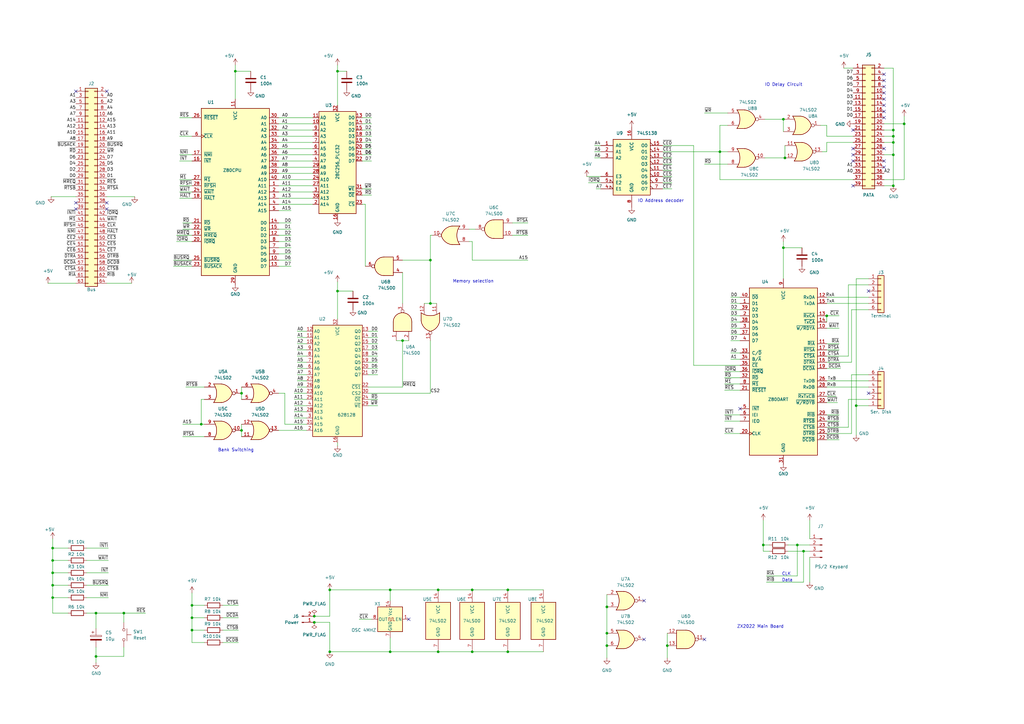
<source format=kicad_sch>
(kicad_sch (version 20211123) (generator eeschema)
  (paper "A3")
  (title_block (date "2021-05-24"))
  (bus_alias "Control" (members "~{BUSRQ}" "~{BUSACK}" "~{RD}" "~{WR}" "~{INT}" "~{CLK}" "~{IORQ}" "~{MREQ}" "~{RES}" "~{M1}" "~{WAIT}" "~{DTRA}" "~{DTRB}"))
  (junction (at 21.59 245.11))
  (junction (at 138.43 119.38))
  (junction (at 135.255 241.935))
  (junction (at 538.48 222.25))
  (junction (at 21.59 234.95))
  (junction (at 351.155 166.37))
  (junction (at 541.02 222.25))
  (junction (at 39.37 251.46))
  (junction (at 176.53 124.46))
  (junction (at 321.945 64.77))
  (junction (at 78.74 258.445))
  (junction (at 248.92 248.92))
  (junction (at 138.43 29.21))
  (junction (at 366.395 76.2))
  (junction (at 193.675 241.935))
  (junction (at 248.92 264.795))
  (junction (at 165.1 139.7))
  (junction (at 99.06 161.29))
  (junction (at 78.74 248.285))
  (junction (at 50.8 251.46))
  (junction (at 339.09 129.54))
  (junction (at 208.28 267.335))
  (junction (at 176.53 106.68))
  (junction (at 366.395 53.34))
  (junction (at 295.275 62.23))
  (junction (at 82.55 173.99))
  (junction (at 366.395 63.5))
  (junction (at 99.06 176.53))
  (junction (at 208.28 241.935))
  (junction (at 273.685 264.795))
  (junction (at 546.1 222.25))
  (junction (at 128.905 255.27))
  (junction (at 370.84 50.8))
  (junction (at 329.565 226.06))
  (junction (at 21.59 240.03))
  (junction (at 543.56 222.25))
  (junction (at 135.255 267.335))
  (junction (at 96.52 29.21))
  (junction (at 179.705 241.935))
  (junction (at 321.31 101.6))
  (junction (at 248.92 259.715))
  (junction (at 193.675 267.335))
  (junction (at 366.395 55.88))
  (junction (at 21.59 224.79))
  (junction (at 39.37 269.24))
  (junction (at 327.025 223.52))
  (junction (at 128.905 252.73))
  (junction (at 160.02 267.335))
  (junction (at 21.59 229.87))
  (junction (at 366.395 58.42))
  (junction (at 179.705 267.335))
  (junction (at 313.055 223.52))
  (junction (at 321.31 48.895))
  (junction (at 78.74 253.365))
  (junction (at 160.02 241.935))
  (no_connect (at 629.92 222.25))
  (no_connect (at 594.36 222.25))
  (no_connect (at 586.74 222.25))
  (no_connect (at 614.68 222.25))
  (no_connect (at 568.96 222.25))
  (no_connect (at 362.585 66.04))
  (no_connect (at 530.86 222.25))
  (no_connect (at 629.92 288.29))
  (no_connect (at 617.22 288.29))
  (no_connect (at 349.885 60.96))
  (no_connect (at 622.3 288.29))
  (no_connect (at 43.815 37.465))
  (no_connect (at 31.115 37.465))
  (no_connect (at 627.38 288.29))
  (no_connect (at 596.9 222.25))
  (no_connect (at 535.94 222.25))
  (no_connect (at 632.46 288.29))
  (no_connect (at 31.115 83.185))
  (no_connect (at 43.815 83.185))
  (no_connect (at 362.585 60.96))
  (no_connect (at 607.06 222.25))
  (no_connect (at 362.585 68.58))
  (no_connect (at 614.68 288.29))
  (no_connect (at 362.585 30.48))
  (no_connect (at 362.585 33.02))
  (no_connect (at 362.585 35.56))
  (no_connect (at 362.585 48.26))
  (no_connect (at 362.585 38.1))
  (no_connect (at 362.585 40.64))
  (no_connect (at 362.585 43.18))
  (no_connect (at 362.585 45.72))
  (no_connect (at 619.76 288.29))
  (no_connect (at 609.6 288.29))
  (no_connect (at 646.43 248.92))
  (no_connect (at 646.43 256.54))
  (no_connect (at 646.43 259.08))
  (no_connect (at 646.43 261.62))
  (no_connect (at 646.43 254))
  (no_connect (at 646.43 251.46))
  (no_connect (at 525.78 222.25))
  (no_connect (at 303.53 167.64))
  (no_connect (at 579.12 222.25))
  (no_connect (at 627.38 222.25))
  (no_connect (at 349.885 53.34))
  (no_connect (at 612.14 222.25))
  (no_connect (at 622.3 222.25))
  (no_connect (at 349.885 63.5))
  (no_connect (at 556.26 222.25))
  (no_connect (at 635 288.29))
  (no_connect (at 167.64 254))
  (no_connect (at 584.2 222.25))
  (no_connect (at 528.32 222.25))
  (no_connect (at 576.58 222.25))
  (no_connect (at 607.06 288.29))
  (no_connect (at 288.925 262.255))
  (no_connect (at 601.98 222.25))
  (no_connect (at 533.4 222.25))
  (no_connect (at 563.88 222.25))
  (no_connect (at 624.84 288.29))
  (no_connect (at 571.5 222.25))
  (no_connect (at 599.44 222.25))
  (no_connect (at 581.66 222.25))
  (no_connect (at 561.34 222.25))
  (no_connect (at 43.815 85.725))
  (no_connect (at 31.115 85.725))
  (no_connect (at 349.885 76.2))
  (no_connect (at 591.82 222.25))
  (no_connect (at 619.76 222.25))
  (no_connect (at 624.84 222.25))
  (no_connect (at 566.42 222.25))
  (no_connect (at 553.72 222.25))
  (no_connect (at 264.16 246.38))
  (no_connect (at 264.16 262.255))
  (no_connect (at 612.14 288.29))
  (no_connect (at 609.6 222.25))
  (no_connect (at 589.28 222.25))
  (no_connect (at 617.22 222.25))
  (no_connect (at 349.885 66.04))
  (no_connect (at 574.04 222.25))
  (no_connect (at 356.235 119.38))
  (no_connect (at 356.235 161.29))
  (wire (pts (xy 149.86 83.82) (xy 148.59 83.82)))
  (wire (pts (xy 321.31 101.6) (xy 321.31 114.3)))
  (wire (pts (xy 366.395 63.5) (xy 362.585 63.5)))
  (wire (pts (xy 271.78 67.31) (xy 275.59 67.31)))
  (wire (pts (xy 97.79 258.445) (xy 91.44 258.445)))
  (wire (pts (xy 119.38 101.6) (xy 114.3 101.6)))
  (wire (pts (xy 370.84 50.8) (xy 370.84 73.66)))
  (wire (pts (xy 176.53 106.68) (xy 176.53 96.52)))
  (wire (pts (xy 271.78 64.77) (xy 275.59 64.77)))
  (wire (pts (xy 349.25 177.8) (xy 349.25 153.67)))
  (wire (pts (xy 74.93 91.44) (xy 78.74 91.44)))
  (wire (pts (xy 121.92 140.97) (xy 125.73 140.97)))
  (wire (pts (xy 314.325 236.22) (xy 327.025 236.22)))
  (wire (pts (xy 39.37 269.24) (xy 50.8 269.24)))
  (wire (pts (xy 114.3 63.5) (xy 128.27 63.5)))
  (wire (pts (xy 114.3 78.74) (xy 128.27 78.74)))
  (wire (pts (xy 21.59 240.03) (xy 21.59 245.11)))
  (wire (pts (xy 21.59 240.03) (xy 27.94 240.03)))
  (wire (pts (xy 297.18 170.18) (xy 303.53 170.18)))
  (wire (pts (xy 43.815 116.205) (xy 53.975 116.205)))
  (wire (pts (xy 243.84 59.69) (xy 246.38 59.69)))
  (wire (pts (xy 362.585 50.8) (xy 370.84 50.8)))
  (wire (pts (xy 349.25 127) (xy 349.25 148.59)))
  (wire (pts (xy 216.535 91.44) (xy 210.185 91.44)))
  (wire (pts (xy 370.84 47.625) (xy 370.84 50.8)))
  (wire (pts (xy 339.09 177.8) (xy 349.25 177.8)))
  (wire (pts (xy 50.8 251.46) (xy 50.8 255.27)))
  (wire (pts (xy 165.1 139.7) (xy 167.64 139.7)))
  (wire (pts (xy 366.395 27.94) (xy 366.395 53.34)))
  (wire (pts (xy 339.09 143.51) (xy 344.17 143.51)))
  (wire (pts (xy 78.74 243.205) (xy 78.74 248.285)))
  (wire (pts (xy 329.565 226.06) (xy 329.565 238.76)))
  (wire (pts (xy 39.37 265.43) (xy 39.37 269.24)))
  (wire (pts (xy 121.92 156.21) (xy 125.73 156.21)))
  (wire (pts (xy 148.59 60.96) (xy 152.4 60.96)))
  (wire (pts (xy 148.59 55.88) (xy 152.4 55.88)))
  (wire (pts (xy 21.59 224.79) (xy 27.94 224.79)))
  (wire (pts (xy 315.595 226.06) (xy 313.055 226.06)))
  (wire (pts (xy 20.955 80.645) (xy 31.115 80.645)))
  (wire (pts (xy 208.28 267.335) (xy 193.675 267.335)))
  (wire (pts (xy 35.56 245.11) (xy 44.45 245.11)))
  (wire (pts (xy 160.02 267.335) (xy 135.255 267.335)))
  (wire (pts (xy 119.38 91.44) (xy 114.3 91.44)))
  (wire (pts (xy 284.48 149.86) (xy 303.53 149.86)))
  (wire (pts (xy 299.72 139.7) (xy 303.53 139.7)))
  (wire (pts (xy 19.685 116.205) (xy 31.115 116.205)))
  (wire (pts (xy 72.39 96.52) (xy 78.74 96.52)))
  (wire (pts (xy 121.92 135.89) (xy 125.73 135.89)))
  (wire (pts (xy 21.59 224.79) (xy 21.59 229.87)))
  (wire (pts (xy 210.185 96.52) (xy 216.535 96.52)))
  (wire (pts (xy 248.92 264.795) (xy 248.92 269.875)))
  (wire (pts (xy 148.59 58.42) (xy 152.4 58.42)))
  (wire (pts (xy 347.98 116.84) (xy 356.235 116.84)))
  (wire (pts (xy 21.59 251.46) (xy 27.94 251.46)))
  (wire (pts (xy 135.255 241.935) (xy 135.255 252.73)))
  (wire (pts (xy 339.09 172.72) (xy 344.17 172.72)))
  (wire (pts (xy 321.31 101.6) (xy 328.93 101.6)))
  (wire (pts (xy 538.48 222.25) (xy 541.02 222.25)))
  (wire (pts (xy 165.1 139.7) (xy 165.1 158.75)))
  (wire (pts (xy 82.55 163.83) (xy 82.55 173.99)))
  (wire (pts (xy 349.25 127) (xy 356.235 127)))
  (wire (pts (xy 297.18 154.94) (xy 303.53 154.94)))
  (wire (pts (xy 50.8 251.46) (xy 59.69 251.46)))
  (wire (pts (xy 96.52 26.67) (xy 96.52 29.21)))
  (wire (pts (xy 99.06 173.99) (xy 99.06 176.53)))
  (wire (pts (xy 76.2 158.75) (xy 83.82 158.75)))
  (wire (pts (xy 243.84 62.23) (xy 246.38 62.23)))
  (wire (pts (xy 151.13 163.83) (xy 154.94 163.83)))
  (wire (pts (xy 151.13 143.51) (xy 154.94 143.51)))
  (wire (pts (xy 99.06 161.29) (xy 99.06 163.83)))
  (wire (pts (xy 543.56 222.25) (xy 546.1 222.25)))
  (wire (pts (xy 339.09 180.34) (xy 344.17 180.34)))
  (wire (pts (xy 546.1 222.25) (xy 548.64 222.25)))
  (wire (pts (xy 299.72 144.78) (xy 303.53 144.78)))
  (wire (pts (xy 339.09 124.46) (xy 356.235 124.46)))
  (wire (pts (xy 173.99 124.46) (xy 176.53 124.46)))
  (wire (pts (xy 339.09 51.435) (xy 339.09 55.88)))
  (wire (pts (xy 116.84 161.29) (xy 114.3 161.29)))
  (wire (pts (xy 347.98 163.83) (xy 356.235 163.83)))
  (wire (pts (xy 74.93 179.07) (xy 83.82 179.07)))
  (wire (pts (xy 82.55 163.83) (xy 83.82 163.83)))
  (wire (pts (xy 121.92 148.59) (xy 125.73 148.59)))
  (wire (pts (xy 96.52 29.21) (xy 96.52 40.64)))
  (wire (pts (xy 121.92 143.51) (xy 125.73 143.51)))
  (wire (pts (xy 138.43 115.57) (xy 138.43 119.38)))
  (wire (pts (xy 73.66 78.74) (xy 78.74 78.74)))
  (wire (pts (xy 96.52 29.21) (xy 102.87 29.21)))
  (wire (pts (xy 97.79 253.365) (xy 91.44 253.365)))
  (wire (pts (xy 366.395 53.34) (xy 366.395 55.88)))
  (wire (pts (xy 119.38 93.98) (xy 114.3 93.98)))
  (wire (pts (xy 176.53 124.46) (xy 179.07 124.46)))
  (wire (pts (xy 148.59 63.5) (xy 152.4 63.5)))
  (wire (pts (xy 315.595 223.52) (xy 313.055 223.52)))
  (wire (pts (xy 148.59 53.34) (xy 152.4 53.34)))
  (wire (pts (xy 151.13 161.29) (xy 176.53 161.29)))
  (wire (pts (xy 323.215 223.52) (xy 327.025 223.52)))
  (wire (pts (xy 138.43 119.38) (xy 138.43 130.81)))
  (wire (pts (xy 119.38 106.68) (xy 114.3 106.68)))
  (wire (pts (xy 151.13 140.97) (xy 154.94 140.97)))
  (wire (pts (xy 179.705 267.335) (xy 160.02 267.335)))
  (wire (pts (xy 356.235 114.3) (xy 351.155 114.3)))
  (wire (pts (xy 271.78 59.69) (xy 284.48 59.69)))
  (wire (pts (xy 366.395 58.42) (xy 366.395 63.5)))
  (wire (pts (xy 165.1 111.76) (xy 165.1 124.46)))
  (wire (pts (xy 339.09 175.26) (xy 347.98 175.26)))
  (wire (pts (xy 120.65 171.45) (xy 125.73 171.45)))
  (wire (pts (xy 176.53 96.52) (xy 177.165 96.52)))
  (wire (pts (xy 297.18 177.8) (xy 303.53 177.8)))
  (wire (pts (xy 351.155 178.435) (xy 351.155 166.37)))
  (wire (pts (xy 339.09 156.21) (xy 356.235 156.21)))
  (wire (pts (xy 114.3 71.12) (xy 128.27 71.12)))
  (wire (pts (xy 248.92 243.84) (xy 248.92 248.92)))
  (wire (pts (xy 148.59 48.26) (xy 152.4 48.26)))
  (wire (pts (xy 73.66 55.88) (xy 78.74 55.88)))
  (wire (pts (xy 73.66 76.2) (xy 78.74 76.2)))
  (wire (pts (xy 271.78 72.39) (xy 275.59 72.39)))
  (wire (pts (xy 73.66 48.26) (xy 78.74 48.26)))
  (wire (pts (xy 73.66 81.28) (xy 78.74 81.28)))
  (wire (pts (xy 78.74 253.365) (xy 83.82 253.365)))
  (wire (pts (xy 538.48 217.17) (xy 538.48 222.25)))
  (wire (pts (xy 78.74 109.22) (xy 71.12 109.22)))
  (wire (pts (xy 151.13 151.13) (xy 154.94 151.13)))
  (wire (pts (xy 119.38 109.22) (xy 114.3 109.22)))
  (wire (pts (xy 339.09 140.97) (xy 344.17 140.97)))
  (wire (pts (xy 35.56 234.95) (xy 44.45 234.95)))
  (wire (pts (xy 120.65 161.29) (xy 125.73 161.29)))
  (wire (pts (xy 21.59 245.11) (xy 21.59 251.46)))
  (wire (pts (xy 299.72 121.92) (xy 303.53 121.92)))
  (wire (pts (xy 347.98 163.83) (xy 347.98 175.26)))
  (wire (pts (xy 138.43 26.67) (xy 138.43 29.21)))
  (wire (pts (xy 193.675 99.06) (xy 193.675 106.68)))
  (wire (pts (xy 72.39 99.06) (xy 78.74 99.06)))
  (wire (pts (xy 240.665 72.39) (xy 246.38 72.39)))
  (wire (pts (xy 339.09 165.1) (xy 343.535 165.1)))
  (wire (pts (xy 297.18 152.4) (xy 303.53 152.4)))
  (wire (pts (xy 313.69 48.895) (xy 321.31 48.895)))
  (wire (pts (xy 119.38 104.14) (xy 114.3 104.14)))
  (wire (pts (xy 327.025 223.52) (xy 332.105 223.52)))
  (wire (pts (xy 128.905 252.73) (xy 135.255 252.73)))
  (wire (pts (xy 99.06 176.53) (xy 99.06 179.07)))
  (wire (pts (xy 329.565 226.06) (xy 332.105 226.06)))
  (wire (pts (xy 165.1 106.68) (xy 176.53 106.68)))
  (wire (pts (xy 83.82 263.525) (xy 78.74 263.525)))
  (wire (pts (xy 114.3 66.04) (xy 128.27 66.04)))
  (wire (pts (xy 339.09 129.54) (xy 339.09 132.08)))
  (wire (pts (xy 295.275 51.435) (xy 298.45 51.435)))
  (wire (pts (xy 339.09 121.92) (xy 356.235 121.92)))
  (wire (pts (xy 114.3 55.88) (xy 128.27 55.88)))
  (wire (pts (xy 121.92 158.75) (xy 125.73 158.75)))
  (wire (pts (xy 339.09 134.62) (xy 344.17 134.62)))
  (wire (pts (xy 362.585 53.34) (xy 366.395 53.34)))
  (wire (pts (xy 362.585 55.88) (xy 366.395 55.88)))
  (wire (pts (xy 21.59 234.95) (xy 27.94 234.95)))
  (wire (pts (xy 295.275 62.23) (xy 295.275 73.66)))
  (wire (pts (xy 179.705 241.935) (xy 160.02 241.935)))
  (wire (pts (xy 151.13 166.37) (xy 154.94 166.37)))
  (wire (pts (xy 295.275 51.435) (xy 295.275 62.23)))
  (wire (pts (xy 138.43 29.21) (xy 138.43 43.18)))
  (wire (pts (xy 73.66 63.5) (xy 78.74 63.5)))
  (wire (pts (xy 39.37 251.46) (xy 50.8 251.46)))
  (wire (pts (xy 332.105 238.76) (xy 332.105 228.6)))
  (wire (pts (xy 21.59 220.98) (xy 21.59 224.79)))
  (wire (pts (xy 297.18 160.02) (xy 303.53 160.02)))
  (wire (pts (xy 97.79 248.285) (xy 91.44 248.285)))
  (wire (pts (xy 151.13 158.75) (xy 165.1 158.75)))
  (wire (pts (xy 208.28 241.935) (xy 222.885 241.935)))
  (wire (pts (xy 284.48 59.69) (xy 284.48 149.86)))
  (wire (pts (xy 50.8 265.43) (xy 50.8 269.24)))
  (wire (pts (xy 135.255 255.27) (xy 135.255 267.335)))
  (wire (pts (xy 97.79 263.525) (xy 91.44 263.525)))
  (wire (pts (xy 43.815 80.645) (xy 55.245 80.645)))
  (wire (pts (xy 299.72 132.08) (xy 303.53 132.08)))
  (wire (pts (xy 339.09 162.56) (xy 342.9 162.56)))
  (wire (pts (xy 193.675 267.335) (xy 179.705 267.335)))
  (wire (pts (xy 344.17 129.54) (xy 339.09 129.54)))
  (wire (pts (xy 362.585 73.66) (xy 370.84 73.66)))
  (wire (pts (xy 299.72 147.32) (xy 303.53 147.32)))
  (wire (pts (xy 244.475 77.47) (xy 246.38 77.47)))
  (wire (pts (xy 148.59 50.8) (xy 152.4 50.8)))
  (wire (pts (xy 121.92 153.67) (xy 125.73 153.67)))
  (wire (pts (xy 314.325 238.76) (xy 329.565 238.76)))
  (wire (pts (xy 336.55 51.435) (xy 339.09 51.435)))
  (wire (pts (xy 114.3 86.36) (xy 119.38 86.36)))
  (wire (pts (xy 339.09 148.59) (xy 349.25 148.59)))
  (wire (pts (xy 120.65 163.83) (xy 125.73 163.83)))
  (wire (pts (xy 273.685 259.715) (xy 273.685 264.795)))
  (wire (pts (xy 78.74 66.04) (xy 73.66 66.04)))
  (wire (pts (xy 121.92 151.13) (xy 125.73 151.13)))
  (wire (pts (xy 241.3 74.93) (xy 246.38 74.93)))
  (wire (pts (xy 193.675 106.68) (xy 216.535 106.68)))
  (wire (pts (xy 121.92 138.43) (xy 125.73 138.43)))
  (wire (pts (xy 313.055 226.06) (xy 313.055 223.52)))
  (wire (pts (xy 114.3 48.26) (xy 128.27 48.26)))
  (wire (pts (xy 339.09 62.23) (xy 337.185 62.23)))
  (wire (pts (xy 78.74 258.445) (xy 83.82 258.445)))
  (wire (pts (xy 78.74 248.285) (xy 78.74 253.365)))
  (wire (pts (xy 366.395 63.5) (xy 366.395 76.2)))
  (wire (pts (xy 351.155 166.37) (xy 356.235 166.37)))
  (wire (pts (xy 121.92 146.05) (xy 125.73 146.05)))
  (wire (pts (xy 99.06 158.75) (xy 99.06 161.29)))
  (wire (pts (xy 208.28 241.935) (xy 193.675 241.935)))
  (wire (pts (xy 339.09 55.88) (xy 349.885 55.88)))
  (wire (pts (xy 148.59 66.04) (xy 152.4 66.04)))
  (wire (pts (xy 339.09 170.18) (xy 344.17 170.18)))
  (wire (pts (xy 362.585 58.42) (xy 366.395 58.42)))
  (wire (pts (xy 147.32 254) (xy 152.4 254)))
  (wire (pts (xy 119.38 99.06) (xy 114.3 99.06)))
  (wire (pts (xy 271.78 69.85) (xy 275.59 69.85)))
  (wire (pts (xy 176.53 139.7) (xy 176.53 161.29)))
  (wire (pts (xy 192.405 93.98) (xy 194.945 93.98)))
  (wire (pts (xy 151.13 138.43) (xy 154.94 138.43)))
  (wire (pts (xy 339.09 151.13) (xy 344.805 151.13)))
  (wire (pts (xy 332.105 213.36) (xy 332.105 220.98)))
  (wire (pts (xy 248.92 248.92) (xy 248.92 259.715)))
  (wire (pts (xy 114.3 73.66) (xy 128.27 73.66)))
  (wire (pts (xy 138.43 29.21) (xy 142.24 29.21)))
  (wire (pts (xy 116.84 173.99) (xy 116.84 161.29)))
  (wire (pts (xy 295.275 62.23) (xy 298.45 62.23)))
  (wire (pts (xy 313.69 64.77) (xy 321.945 64.77)))
  (wire (pts (xy 35.56 229.87) (xy 44.45 229.87)))
  (wire (pts (xy 114.3 68.58) (xy 128.27 68.58)))
  (wire (pts (xy 323.215 226.06) (xy 329.565 226.06)))
  (wire (pts (xy 151.13 146.05) (xy 154.94 146.05)))
  (wire (pts (xy 271.78 62.23) (xy 295.275 62.23)))
  (wire (pts (xy 114.3 76.2) (xy 128.27 76.2)))
  (wire (pts (xy 362.585 27.94) (xy 366.395 27.94)))
  (wire (pts (xy 351.155 114.3) (xy 351.155 166.37)))
  (wire (pts (xy 138.43 181.61) (xy 138.43 182.88)))
  (wire (pts (xy 148.59 80.01) (xy 152.4 80.01)))
  (wire (pts (xy 313.055 213.36) (xy 313.055 223.52)))
  (wire (pts (xy 271.78 77.47) (xy 275.59 77.47)))
  (wire (pts (xy 120.65 166.37) (xy 125.73 166.37)))
  (wire (pts (xy 299.72 129.54) (xy 303.53 129.54)))
  (wire (pts (xy 73.66 73.66) (xy 78.74 73.66)))
  (wire (pts (xy 160.02 241.935) (xy 135.255 241.935)))
  (wire (pts (xy 288.925 46.355) (xy 298.45 46.355)))
  (wire (pts (xy 74.93 93.98) (xy 78.74 93.98)))
  (wire (pts (xy 78.74 258.445) (xy 78.74 263.525)))
  (wire (pts (xy 35.56 224.79) (xy 44.45 224.79)))
  (wire (pts (xy 119.38 96.52) (xy 114.3 96.52)))
  (wire (pts (xy 35.56 251.46) (xy 39.37 251.46)))
  (wire (pts (xy 39.37 269.24) (xy 39.37 271.78)))
  (wire (pts (xy 114.3 50.8) (xy 128.27 50.8)))
  (wire (pts (xy 271.78 74.93) (xy 275.59 74.93)))
  (wire (pts (xy 321.31 99.06) (xy 321.31 101.6)))
  (wire (pts (xy 339.09 158.75) (xy 356.235 158.75)))
  (wire (pts (xy 192.405 99.06) (xy 193.675 99.06)))
  (wire (pts (xy 349.885 58.42) (xy 339.09 58.42)))
  (wire (pts (xy 160.02 261.62) (xy 160.02 267.335)))
  (wire (pts (xy 288.925 67.31) (xy 298.45 67.31)))
  (wire (pts (xy 349.885 27.94) (xy 346.075 27.94)))
  (wire (pts (xy 74.93 173.99) (xy 82.55 173.99)))
  (wire (pts (xy 149.86 83.82) (xy 149.86 109.22)))
  (wire (pts (xy 151.13 135.89) (xy 154.94 135.89)))
  (wire (pts (xy 541.02 222.25) (xy 543.56 222.25)))
  (wire (pts (xy 114.3 60.96) (xy 128.27 60.96)))
  (wire (pts (xy 148.59 77.47) (xy 152.4 77.47)))
  (wire (pts (xy 339.09 146.05) (xy 347.98 146.05)))
  (wire (pts (xy 299.72 127) (xy 303.53 127)))
  (wire (pts (xy 366.395 55.88) (xy 366.395 58.42)))
  (wire (pts (xy 299.72 134.62) (xy 303.53 134.62)))
  (wire (pts (xy 162.56 139.7) (xy 165.1 139.7)))
  (wire (pts (xy 321.31 48.895) (xy 321.31 53.975)))
  (wire (pts (xy 297.18 172.72) (xy 303.53 172.72)))
  (wire (pts (xy 35.56 240.03) (xy 44.45 240.03)))
  (wire (pts (xy 114.3 58.42) (xy 128.27 58.42)))
  (wire (pts (xy 27.94 229.87) (xy 21.59 229.87)))
  (wire (pts (xy 78.74 248.285) (xy 83.82 248.285)))
  (wire (pts (xy 21.59 229.87) (xy 21.59 234.95)))
  (wire (pts (xy 39.37 251.46) (xy 39.37 257.81)))
  (wire (pts (xy 21.59 234.95) (xy 21.59 240.03)))
  (wire (pts (xy 114.3 53.34) (xy 128.27 53.34)))
  (wire (pts (xy 128.905 255.27) (xy 135.255 255.27)))
  (wire (pts (xy 116.84 173.99) (xy 125.73 173.99)))
  (wire (pts (xy 151.13 153.67) (xy 154.94 153.67)))
  (wire (pts (xy 78.74 106.68) (xy 71.12 106.68)))
  (wire (pts (xy 295.275 73.66) (xy 349.885 73.66)))
  (wire (pts (xy 120.65 168.91) (xy 125.73 168.91)))
  (wire (pts (xy 327.025 223.52) (xy 327.025 236.22)))
  (wire (pts (xy 208.28 267.335) (xy 222.885 267.335)))
  (wire (pts (xy 114.3 176.53) (xy 125.73 176.53)))
  (wire (pts (xy 82.55 173.99) (xy 83.82 173.99)))
  (wire (pts (xy 243.84 64.77) (xy 246.38 64.77)))
  (wire (pts (xy 273.685 264.795) (xy 273.685 269.875)))
  (wire (pts (xy 193.675 241.935) (xy 179.705 241.935)))
  (wire (pts (xy 321.945 59.69) (xy 321.945 64.77)))
  (wire (pts (xy 248.92 259.715) (xy 248.92 264.795)))
  (wire (pts (xy 349.25 153.67) (xy 356.235 153.67)))
  (wire (pts (xy 151.13 148.59) (xy 154.94 148.59)))
  (wire (pts (xy 114.3 81.28) (xy 128.27 81.28)))
  (wire (pts (xy 176.53 106.68) (xy 176.53 124.46)))
  (wire (pts (xy 160.02 241.935) (xy 160.02 246.38)))
  (wire (pts (xy 114.3 83.82) (xy 128.27 83.82)))
  (wire (pts (xy 299.72 137.16) (xy 303.53 137.16)))
  (wire (pts (xy 297.18 157.48) (xy 303.53 157.48)))
  (wire (pts (xy 339.09 58.42) (xy 339.09 62.23)))
  (wire (pts (xy 138.43 119.38) (xy 144.78 119.38)))
  (wire (pts (xy 347.98 116.84) (xy 347.98 146.05)))
  (wire (pts (xy 299.72 124.46) (xy 303.53 124.46)))
  (wire (pts (xy 78.74 253.365) (xy 78.74 258.445)))
  (wire (pts (xy 21.59 245.11) (xy 27.94 245.11)))
  (wire (pts (xy 366.395 76.2) (xy 362.585 76.2)))
  (text "Bank Switching" (at 104.14 185.42 180) (effects (font (size 1.27 1.27)) (justify right bottom)))
  (text "IO Address decoder" (at 261.62 83.185 0) (effects (font (size 1.27 1.27)) (justify left bottom)))
  (text "CLK" (at 320.675 236.22 0) (effects (font (size 1.27 1.27)) (justify left bottom)))
  (text "ZX2022 Main Board" (at 302.26 257.81 0) (effects (font (size 1.27 1.27)) (justify left bottom)))
  (text "IO Delay Circuit" (at 313.69 35.56 0) (effects (font (size 1.27 1.27)) (justify left bottom)))
  (text "Memory selection" (at 202.565 116.205 180) (effects (font (size 1.27 1.27)) (justify right bottom)))
  (text "Data" (at 320.675 238.76 0) (effects (font (size 1.27 1.27)) (justify left bottom)))
  (label "A14" (at 120.65 171.45 0))
  (label "A12" (at 119.38 78.74 180))
  (label "~{RES}" (at 59.69 251.46 180))
  (label "A15" (at 74.93 173.99 0))
  (label "A7" (at 118.11 66.04 180))
  (label "~{WAIT}" (at 344.17 134.62 180))
  (label "D0" (at 299.72 121.92 0))
  (label "D6" (at 299.72 137.16 0))
  (label "A6" (at 121.92 151.13 0))
  (label "D2" (at 31.115 70.485 180))
  (label "D3" (at 43.815 70.485 0))
  (label "A11" (at 120.65 163.83 0))
  (label "~{CE2}" (at 31.115 98.425 180))
  (label "A14" (at 119.38 83.82 180))
  (label "~{DCDB}" (at 97.79 263.525 180))
  (label "A7" (at 586.74 288.29 270))
  (label "D1" (at 538.48 288.29 270))
  (label "D7" (at 43.815 65.405 0))
  (label "D3" (at 154.94 143.51 180))
  (label "~{RES}" (at 297.18 160.02 0))
  (label "A6" (at 43.815 47.625 0))
  (label "D5" (at 152.4 60.96 180))
  (label "A8" (at 121.92 156.21 0))
  (label "~{CE3}" (at 275.59 67.31 180))
  (label "A9" (at 568.96 288.29 270))
  (label "A2" (at 121.92 140.97 0))
  (label "A13" (at 119.38 81.28 180))
  (label "D6" (at 31.115 65.405 180))
  (label "~{IORQ}" (at 241.3 74.93 0))
  (label "~{CE0}" (at 275.59 59.69 180))
  (label "D0" (at 349.885 48.26 180))
  (label "~{CLK}" (at 344.17 129.54 180))
  (label "A12" (at 31.115 52.705 180))
  (label "~{RIB}" (at 43.815 113.665 0))
  (label "~{HALT}" (at 43.815 95.885 0))
  (label "~{RIB}" (at 314.325 238.76 0))
  (label "TxB" (at 635 222.25 90))
  (label "A1" (at 349.885 68.58 180))
  (label "A0" (at 604.52 288.29 270))
  (label "~{RTSB}" (at 525.78 288.29 270))
  (label "~{M1}" (at 31.115 90.805 180))
  (label "A0" (at 43.815 40.005 0))
  (label "~{RTSA}" (at 74.93 179.07 0))
  (label "D5" (at 119.38 104.14 180))
  (label "A5" (at 243.84 62.23 0))
  (label "A10" (at 571.5 288.29 270))
  (label "~{HALT}" (at 73.66 81.28 0))
  (label "~{CTSA}" (at 31.115 111.125 180))
  (label "~{RD}" (at 288.925 67.31 0))
  (label "D4" (at 349.885 38.1 180))
  (label "A3" (at 31.115 42.545 180))
  (label "D1" (at 119.38 93.98 180))
  (label "A2" (at 362.585 71.12 0))
  (label "D5" (at 152.4 60.96 180))
  (label "A1" (at 121.92 138.43 0))
  (label "~{MREQ}" (at 72.39 96.52 0))
  (label "~{CLK}" (at 342.9 162.56 180))
  (label "~{RFSH}" (at 73.66 76.2 0))
  (label "~{INT}" (at 73.66 66.04 0))
  (label "~{RD}" (at 556.26 288.29 270))
  (label "~{IORQ}" (at 43.815 88.265 0))
  (label "A1" (at 299.72 147.32 0))
  (label "~{M1}" (at 73.66 73.66 0))
  (label "D7" (at 154.94 153.67 180))
  (label "D6" (at 119.38 106.68 180))
  (label "~{WAIT}" (at 43.815 90.805 0))
  (label "~{RTSB}" (at 31.115 78.105 180))
  (label "A4" (at 594.36 288.29 270))
  (label "A0" (at 118.11 48.26 180))
  (label "~{NMI}" (at 44.45 245.11 180))
  (label "A11" (at 119.38 76.2 180))
  (label "A4" (at 243.84 59.69 0))
  (label "A15" (at 216.535 106.68 180))
  (label "~{CTSA}" (at 97.79 248.285 180))
  (label "D4" (at 154.94 146.05 180))
  (label "A3" (at 118.11 55.88 180))
  (label "~{DTRB}" (at 344.17 177.8 180))
  (label "~{DTRA}" (at 344.17 148.59 180))
  (label "D2" (at 152.4 53.34 180))
  (label "~{WAIT}" (at 44.45 229.87 180))
  (label "~{CE3}" (at 43.815 98.425 0))
  (label "D3" (at 299.72 129.54 0))
  (label "~{CTSB}" (at 97.79 258.445 180))
  (label "D6" (at 551.18 288.29 270))
  (label "D0" (at 119.38 91.44 180))
  (label "D2" (at 299.72 127 0))
  (label "~{CLK}" (at 297.18 177.8 0))
  (label "~{CE7}" (at 43.815 103.505 0))
  (label "A0" (at 121.92 135.89 0))
  (label "~{RES}" (at 73.66 48.26 0))
  (label "TxA" (at 342.265 124.46 180))
  (label "A14" (at 581.66 288.29 270))
  (label "~{CE2}" (at 275.59 64.77 180))
  (label "~{WR}" (at 152.4 77.47 180))
  (label "A5" (at 591.82 288.29 270))
  (label "D2" (at 154.94 140.97 180))
  (label "~{DCDA}" (at 344.805 151.13 180))
  (label "D1" (at 154.94 138.43 180))
  (label "~{WAIT}" (at 73.66 78.74 0))
  (label "A6" (at 118.11 63.5 180))
  (label "D1" (at 43.815 73.025 0))
  (label "~{RD}" (at 154.94 163.83 180))
  (label "~{BUSRQ}" (at 43.815 60.325 0))
  (label "A5" (at 118.11 60.96 180))
  (label "~{RFSH}" (at 31.115 93.345 180))
  (label "D0" (at 31.115 73.025 180))
  (label "A9" (at 43.815 57.785 0))
  (label "~{CTSB}" (at 344.17 175.26 180))
  (label "~{CE4}" (at 275.59 69.85 180))
  (label "~{IORQ}" (at 297.18 152.4 0))
  (label "~{M1}" (at 297.18 157.48 0))
  (label "D5" (at 43.815 67.945 0))
  (label "D0" (at 535.94 288.29 270))
  (label "A4" (at 43.815 45.085 0))
  (label "A3" (at 596.9 288.29 270))
  (label "A9" (at 121.92 158.75 0))
  (label "A5" (at 121.92 148.59 0))
  (label "~{CE5}" (at 43.815 100.965 0))
  (label "A10" (at 119.38 73.66 180))
  (label "A0" (at 299.72 144.78 0))
  (label "~{BUSACK}" (at 561.34 288.29 270))
  (label "~{DCDA}" (at 97.79 253.365 180))
  (label "A7" (at 244.475 77.47 0))
  (label "D4" (at 152.4 58.42 180))
  (label "D7" (at 299.72 139.7 0))
  (label "D2" (at 349.885 43.18 180))
  (label "~{BUSACK}" (at 71.12 109.22 0))
  (label "~{NMI}" (at 73.66 63.5 0))
  (label "~{WR}" (at 43.815 62.865 0))
  (label "A13" (at 43.815 52.705 0))
  (label "D3" (at 543.56 288.29 270))
  (label "A15" (at 584.2 288.29 270))
  (label "A2" (at 599.44 288.29 270))
  (label "A11" (at 43.815 55.245 0))
  (label "~{CLK}" (at 147.32 254 0))
  (label "~{RIA}" (at 344.17 140.97 180))
  (label "A2" (at 118.11 53.34 180))
  (label "~{CE5}" (at 275.59 72.39 180))
  (label "D5" (at 548.64 288.29 270))
  (label "~{CE6}" (at 275.59 74.93 180))
  (label "A9" (at 118.11 71.12 180))
  (label "D1" (at 299.72 124.46 0))
  (label "~{NMI}" (at 31.115 95.885 180))
  (label "A8" (at 566.42 288.29 270))
  (label "~{RTSA}" (at 344.17 143.51 180))
  (label "A10" (at 31.115 55.245 180))
  (label "~{DCDB}" (at 43.815 108.585 0))
  (label "~{DCDA}" (at 31.115 108.585 180))
  (label "~{WR}" (at 74.93 93.98 0))
  (label "~{WR}" (at 288.925 46.355 0))
  (label "D5" (at 299.72 134.62 0))
  (label "A5" (at 31.115 45.085 180))
  (label "~{RTSB}" (at 344.17 172.72 180))
  (label "~{INT}" (at 44.45 234.95 180))
  (label "A15'" (at 120.65 173.99 0))
  (label "~{INTI}" (at 297.18 170.18 0))
  (label "~{RD}" (at 297.18 154.94 0))
  (label "D7" (at 349.885 30.48 180))
  (label "D3" (at 119.38 99.06 180))
  (label "A6" (at 589.28 288.29 270))
  (label "D4" (at 31.115 67.945 180))
  (label "~{BUSACK}" (at 31.115 60.325 180))
  (label "RxB" (at 342.9 158.75 180))
  (label "~{CE4}" (at 31.115 100.965 180))
  (label "~{CE6}" (at 31.115 103.505 180))
  (label "~{DTRB}" (at 43.815 106.045 0))
  (label "A10" (at 120.65 161.29 0))
  (label "CS2" (at 176.53 161.29 0))
  (label "A8" (at 118.11 68.58 180))
  (label "~{BUSRQ}" (at 563.88 288.29 270))
  (label "RxA" (at 342.265 121.92 180))
  (label "A4" (at 121.92 146.05 0))
  (label "RxB" (at 632.46 222.25 90))
  (label "~{DCDB}" (at 344.17 180.34 180))
  (label "A2" (at 43.815 42.545 0))
  (label "~{RTSA}" (at 216.535 91.44 180))
  (label "D7" (at 553.72 288.29 270))
  (label "D4" (at 546.1 288.29 270))
  (label "D6" (at 154.94 151.13 180))
  (label "~{RES}" (at 533.4 288.29 270))
  (label "~{RTSA}" (at 43.815 78.105 0))
  (label "~{MREQ}" (at 530.86 288.29 270))
  (label "A4" (at 118.11 58.42 180))
  (label "~{IORQ}" (at 72.39 99.06 0))
  (label "D0" (at 152.4 48.26 180))
  (label "D4" (at 119.38 101.6 180))
  (label "D7" (at 152.4 66.04 180))
  (label "A13" (at 579.12 288.29 270))
  (label "~{RTSB}" (at 216.535 96.52 180))
  (label "~{INT}" (at 297.18 172.72 0))
  (label "D4" (at 299.72 132.08 0))
  (label "A11" (at 574.04 288.29 270))
  (label "~{RTSB}" (at 76.2 158.75 0))
  (label "~{CLK}" (at 43.815 93.345 0))
  (label "~{CE1}" (at 271.78 62.23 0))
  (label "A13" (at 120.65 168.91 0))
  (label "~{RIA}" (at 314.325 236.22 0))
  (label "A12" (at 120.65 166.37 0))
  (label "D1" (at 152.4 50.8 180))
  (label "~{DTRA}" (at 31.115 106.045 180))
  (label "D6" (at 152.4 63.5 180))
  (label "D6" (at 349.885 33.02 180))
  (label "D2" (at 541.02 288.29 270))
  (label "~{RES}" (at 43.815 75.565 0))
  (label "~{INTI}" (at 31.115 88.265 180))
  (label "A16" (at 120.65 176.53 0))
  (label "D3" (at 152.4 55.88 180))
  (label "~{MREQ}" (at 165.1 158.75 0))
  (label "~{CLK}" (at 73.66 55.88 0))
  (label "A7" (at 121.92 153.67 0))
  (label "A15" (at 119.38 86.36 180))
  (label "~{WAIT}" (at 343.535 165.1 180))
  (label "D0" (at 154.94 135.89 180))
  (label "~{RD}" (at 74.93 91.44 0))
  (label "D7" (at 119.38 109.22 180))
  (label "~{RIB}" (at 344.17 170.18 180))
  (label "D1" (at 349.885 45.72 180))
  (label "~{WR}" (at 154.94 166.37 180))
  (label "~{RTSA}" (at 528.32 288.29 270))
  (label "~{MREQ}" (at 31.115 75.565 180))
  (label "A12" (at 576.58 288.29 270))
  (label "~{RD}" (at 31.115 62.865 180))
  (label "A15" (at 43.815 50.165 0))
  (label "D5" (at 349.885 35.56 180))
  (label "A1" (at 118.11 50.8 180))
  (label "A0" (at 349.885 71.12 180))
  (label "D2" (at 119.38 96.52 180))
  (label "~{BUSRQ}" (at 71.12 106.68 0))
  (label "~{WR}" (at 558.8 288.29 270))
  (label "A7" (at 31.115 47.625 180))
  (label "~{CTSA}" (at 344.17 146.05 180))
  (label "A3" (at 121.92 143.51 0))
  (label "A8" (at 31.115 57.785 180))
  (label "~{INTI}" (at 44.45 224.79 180))
  (label "D6" (at 152.4 63.5 180))
  (label "~{CTSB}" (at 43.815 111.125 0))
  (label "D5" (at 154.94 148.59 180))
  (label "A1" (at 31.115 40.005 180))
  (label "~{BUSRQ}" (at 44.45 240.03 180))
  (label "D3" (at 349.885 40.64 180))
  (label "A6" (at 243.84 64.77 0))
  (label "~{RD}" (at 152.4 80.01 180))
  (label "~{CE7}" (at 275.59 77.47 180))
  (label "A1" (at 601.98 288.29 270))
  (label "A14" (at 31.115 50.165 180))
  (label "~{RIA}" (at 31.115 113.665 180))
  (label "TxB" (at 342.9 156.21 180))
  (symbol (lib_id "Device:R") (at 31.75 234.95 270) (unit 1)
    (property "Reference" "R3" (at 29.21 232.41 90))
    (property "Value" "10k" (at 33.02 232.41 90))
    (property "Footprint" "Resistor_THT:R_Axial_DIN0207_L6.3mm_D2.5mm_P7.62mm_Horizontal" (effects hide))
  )
  (symbol (lib_id "Device:R") (at 31.75 240.03 270) (unit 1)
    (property "Reference" "R4" (at 29.21 237.49 90))
    (property "Value" "10k" (at 33.02 237.49 90))
    (property "Footprint" "Resistor_THT:R_Axial_DIN0207_L6.3mm_D2.5mm_P7.62mm_Horizontal" (effects hide))
  )
  (symbol (lib_id "Oscillator:CXO_DIP14") (at 160.02 254 0) (mirror y) (unit 1)
    (property "Reference" "X1" (at 156.21 247.65 0) (effects (justify left)))
    (property "Value" "OSC 4MHZ" (at 154.305 258.445 0) (effects (justify left)))
    (property "Footprint" "Oscillator:Oscillator_DIP-14" (effects hide))
    (property "Datasheet" "http://cdn-reichelt.de/documents/datenblatt/B400/OSZI.pdf" (effects hide))
  )
  (symbol (lib_id "power:GND") (at 321.31 190.5 0) (unit 1)
    (property "Reference" "#PWR021" (effects hide))
    (property "Value" "GND" (at 321.31 194.31 0))
  )
  (symbol (lib_id "power:+5V") (at 321.31 99.06 0) (unit 1)
    (property "Reference" "#PWR020" (effects hide))
    (property "Value" "+5V" (at 321.691 94.6658 0))
  )
  (symbol (lib_id "power:GND") (at 138.43 182.88 0) (unit 1)
    (property "Reference" "#PWR09" (effects hide))
    (property "Value" "GND" (at 138.43 186.69 0))
  )
  (symbol (lib_id "power:GND") (at 96.52 116.84 0) (unit 1)
    (property "Reference" "#PWR04" (effects hide))
    (property "Value" "GND" (at 96.52 120.65 0))
  )
  (symbol (lib_id "power:+5V") (at 138.43 115.57 0) (unit 1)
    (property "Reference" "#PWR08" (effects hide))
    (property "Value" "+5V" (at 134.62 111.76 0))
  )
  (symbol (lib_id "power:+5V") (at 96.52 26.67 0) (unit 1)
    (property "Reference" "#PWR03" (effects hide))
    (property "Value" "+5V" (at 93.98 22.86 0))
  )
  (symbol (lib_id "power:+5V") (at 21.59 220.98 0) (unit 1)
    (property "Reference" "#PWR01" (effects hide))
    (property "Value" "+5V" (at 20.32 217.17 0))
  )
  (symbol (lib_id "Connector_Generic:Conn_02x20_Odd_Even") (at 354.965 50.8 0) (unit 1)
    (property "Reference" "J5" (at 356.235 22.4282 0))
    (property "Value" "PATA" (at 356.235 80.01 0))
    (property "Footprint" "zx2022:BoxConn_2x20_P2.54mm_Horizontal" (effects hide))
  )
  (symbol (lib_id "power:+5V") (at 370.84 47.625 0) (unit 1)
    (property "Reference" "#PWR038" (effects hide))
    (property "Value" "+5V" (at 371.221 43.2308 0))
  )
  (symbol (lib_id "power:GND") (at 39.37 271.78 0) (unit 1)
    (property "Reference" "#PWR02" (effects hide))
    (property "Value" "GND" (at 39.497 276.1742 0))
  )
  (symbol (lib_id "power:GND") (at 349.885 50.8 270) (unit 1)
    (property "Reference" "#PWR035" (effects hide))
    (property "Value" "GND" (at 346.6338 50.927 90) (effects (justify right)))
  )
  (symbol (lib_id "power:GND") (at 366.395 76.2 0) (unit 1)
    (property "Reference" "#PWR037" (effects hide))
    (property "Value" "GND" (at 366.522 80.5942 0))
  )
  (symbol (lib_id "74xx:74LS02") (at 328.93 51.435 0) (unit 1)
    (property "Reference" "U8" (at 333.375 47.625 0))
    (property "Value" "74LS02" (at 331.47 45.085 0))
    (property "Footprint" "Package_DIP:DIP-14_W7.62mm_Socket" (effects hide))
    (property "Datasheet" "http://www.ti.com/lit/gpn/sn74ls02" (effects hide))
  )
  (symbol (lib_id "power:GND") (at 332.105 238.76 0) (unit 1)
    (property "Reference" "#PWR040" (effects hide))
    (property "Value" "GND" (at 335.915 241.3 0))
  )
  (symbol (lib_id "74xx:74LS02") (at 256.54 262.255 0) (unit 2)
    (property "Reference" "U7" (at 256.54 252.73 0))
    (property "Value" "74LS02" (at 256.54 255.27 0))
    (property "Footprint" "Package_DIP:DIP-14_W7.62mm_Socket" (effects hide))
    (property "Datasheet" "http://www.ti.com/lit/gpn/sn74ls02" (effects hide))
  )
  (symbol (lib_id "power:+5V") (at 259.08 52.07 0) (unit 1)
    (property "Reference" "#PWR014" (effects hide))
    (property "Value" "+5V" (at 259.08 46.99 0))
  )
  (symbol (lib_id "zx2022:28C256_1") (at 138.43 71.12 0) (unit 1)
    (property "Reference" "U3" (at 133.35 43.18 0) (effects (justify left)))
    (property "Value" "28C256_PLC32" (at 138.43 73.66 90) (effects (justify left)))
    (property "Footprint" "Package_LCC:PLCC-32_THT-Socket" (effects hide))
    (property "Datasheet" "http://ww1.microchip.com/downloads/en/DeviceDoc/doc0006.pdf" (effects hide))
  )
  (symbol (lib_id "zx2022:Arduino_Mega2560_Shield") (at 580.39 255.27 270) (unit 1) (on_board no)
    (property "Reference" "XA1" (at 520.7 254 90) (effects (font (size 1.524 1.524)) (justify right)))
    (property "Value" "Arduino_Mega2560" (at 593.09 257.175 90) (effects (font (size 1.524 1.524)) (justify right)))
    (property "Footprint" "Arduino:Arduino_Mega2560_Shield" (effects hide))
    (property "Datasheet" "https://store.arduino.cc/arduino-mega-2560-rev3" (effects hide))
  )
  (symbol (lib_id "Device:R") (at 87.63 248.285 90) (unit 1)
    (property "Reference" "R7" (at 85.09 245.745 90))
    (property "Value" "10k" (at 88.9 245.745 90))
    (property "Footprint" "Resistor_THT:R_Axial_DIN0207_L6.3mm_D2.5mm_P7.62mm_Horizontal" (effects hide))
  )
  (symbol (lib_id "power:PWR_FLAG") (at 128.905 255.27 0) (mirror x) (unit 1)
    (property "Reference" "#FLG02" (effects hide))
    (property "Value" "PWR_FLAG" (at 128.905 260.35 0))
    (property "Footprint" "zx2022:PinHeader_1x02_P2.54mm_Horizontal" (effects hide))
  )
  (symbol (lib_id "Device:R") (at 87.63 253.365 90) (unit 1)
    (property "Reference" "R8" (at 85.09 250.825 90))
    (property "Value" "10k" (at 88.9 250.825 90))
    (property "Footprint" "Resistor_THT:R_Axial_DIN0207_L6.3mm_D2.5mm_P7.62mm_Horizontal" (effects hide))
  )
  (symbol (lib_id "power:GND") (at 144.78 127 0) (unit 1)
    (property "Reference" "#PWR012" (effects hide))
    (property "Value" "GND" (at 148.59 128.27 0))
  )
  (symbol (lib_id "74xx:74LS00") (at 281.305 262.255 0) (unit 4)
    (property "Reference" "U6" (at 281.305 252.73 0))
    (property "Value" "74LS00" (at 281.305 255.27 0))
    (property "Footprint" "Package_DIP:DIP-14_W7.62mm_Socket" (effects hide))
    (property "Datasheet" "http://www.ti.com/lit/gpn/sn74ls00" (effects hide))
  )
  (symbol (lib_id "Device:C") (at 142.24 33.02 0) (unit 1)
    (property "Reference" "C3" (at 146.05 31.7499 0) (effects (justify left)))
    (property "Value" "100n" (at 146.05 34.2899 0) (effects (justify left)))
    (property "Footprint" "Capacitor_THT:C_Disc_D5.0mm_W2.5mm_P2.50mm" (effects hide))
  )
  (symbol (lib_id "Device:R") (at 319.405 226.06 90) (unit 1)
    (property "Reference" "R12" (at 316.865 228.6 90))
    (property "Value" "10k" (at 321.945 228.6 90))
    (property "Footprint" "Resistor_THT:R_Axial_DIN0207_L6.3mm_D2.5mm_P7.62mm_Horizontal" (effects hide))
  )
  (symbol (lib_id "zx2022:Z80CPU-CPU") (at 96.52 78.74 0) (unit 1)
    (property "Reference" "U1" (at 85.09 41.91 0) (effects (justify left)))
    (property "Value" "Z80CPU" (at 91.44 69.85 0) (effects (justify left)))
    (property "Footprint" "Package_DIP:DIP-40_W15.24mm_Socket" (effects hide))
  )
  (symbol (lib_id "power:+5V") (at 346.075 27.94 0) (unit 1)
    (property "Reference" "#PWR0103" (effects hide))
    (property "Value" "+5V" (at 346.075 22.86 0))
  )
  (symbol (lib_id "Device:R") (at 319.405 223.52 90) (unit 1)
    (property "Reference" "R11" (at 316.865 220.98 90))
    (property "Value" "10k" (at 321.945 220.98 90))
    (property "Footprint" "Resistor_THT:R_Axial_DIN0207_L6.3mm_D2.5mm_P7.62mm_Horizontal" (effects hide))
  )
  (symbol (lib_id "Device:R") (at 87.63 258.445 90) (unit 1)
    (property "Reference" "R9" (at 85.09 255.905 90))
    (property "Value" "10k" (at 88.9 255.905 90))
    (property "Footprint" "Resistor_THT:R_Axial_DIN0207_L6.3mm_D2.5mm_P7.62mm_Horizontal" (effects hide))
  )
  (symbol (lib_id "74xx:74LS02") (at 306.07 48.895 0) (unit 2)
    (property "Reference" "U8" (at 308.61 44.45 0))
    (property "Value" "74LS02" (at 306.705 41.91 0))
    (property "Footprint" "Package_DIP:DIP-14_W7.62mm_Socket" (effects hide))
    (property "Datasheet" "http://www.ti.com/lit/gpn/sn74ls02" (effects hide))
  )
  (symbol (lib_id "power:GND") (at 248.92 269.875 0) (unit 1)
    (property "Reference" "#PWR0104" (effects hide))
    (property "Value" "GND" (at 248.92 274.955 0))
  )
  (symbol (lib_id "74xx:74LS00") (at 157.48 109.22 180) (unit 2)
    (property "Reference" "U6" (at 156.21 115.57 0) (effects (justify right)))
    (property "Value" "74LS00" (at 154.94 118.11 0) (effects (justify right)))
    (property "Footprint" "Package_DIP:DIP-14_W7.62mm_Socket" (effects hide))
    (property "Datasheet" "http://www.ti.com/lit/gpn/sn74ls00" (effects hide))
  )
  (symbol (lib_id "power:+5V") (at 135.255 241.935 0) (unit 1)
    (property "Reference" "#PWR042" (effects hide))
    (property "Value" "+5V" (at 135.255 236.855 0))
  )
  (symbol (lib_id "power:PWR_FLAG") (at 128.905 252.73 0) (unit 1)
    (property "Reference" "#FLG01" (effects hide))
    (property "Value" "PWR_FLAG" (at 128.905 247.65 0))
  )
  (symbol (lib_id "74xx:74LS02") (at 256.54 246.38 0) (unit 1)
    (property "Reference" "U7" (at 256.54 237.49 0))
    (property "Value" "74LS02" (at 256.54 240.03 0))
    (property "Footprint" "Package_DIP:DIP-14_W7.62mm_Socket" (effects hide))
    (property "Datasheet" "http://www.ti.com/lit/gpn/sn74ls02" (effects hide))
  )
  (symbol (lib_id "74xx:74LS02") (at 91.44 176.53 0) (mirror x) (unit 3)
    (property "Reference" "U5" (at 91.44 167.64 0))
    (property "Value" "74LS02" (at 91.44 170.18 0))
    (property "Footprint" "Package_DIP:DIP-14_W7.62mm_Socket" (effects hide))
    (property "Datasheet" "http://www.ti.com/lit/gpn/sn74ls02" (effects hide))
  )
  (symbol (lib_id "power:GND") (at 55.245 80.645 0) (mirror y) (unit 1)
    (property "Reference" "#PWR031" (effects hide))
    (property "Value" "GND" (at 52.07 83.82 0))
  )
  (symbol (lib_id "Device:C") (at 102.87 33.02 0) (unit 1)
    (property "Reference" "C1" (at 106.68 31.7499 0) (effects (justify left)))
    (property "Value" "100n" (at 106.68 34.2899 0) (effects (justify left)))
    (property "Footprint" "Capacitor_THT:C_Disc_D5.0mm_W2.5mm_P2.50mm" (effects hide))
  )
  (symbol (lib_id "power:GND") (at 135.255 267.335 0) (unit 1)
    (property "Reference" "#PWR043" (effects hide))
    (property "Value" "GND" (at 135.255 272.415 0))
  )
  (symbol (lib_id "Switch:SW_Push") (at 50.8 260.35 270) (unit 1)
    (property "Reference" "SW1" (at 54.61 259.0799 90) (effects (justify left)))
    (property "Value" "Reset" (at 54.61 261.6199 90) (effects (justify left)))
    (property "Footprint" "zx2022:SW_PUSH_6mm" (effects hide))
  )
  (symbol (lib_id "power:+5V") (at 240.665 72.39 0) (unit 1)
    (property "Reference" "#PWR013" (effects hide))
    (property "Value" "+5V" (at 240.665 67.31 0))
  )
  (symbol (lib_id "74xx:74LS02") (at 208.28 254.635 0) (mirror y) (unit 5)
    (property "Reference" "U7" (at 201.93 245.745 0) (effects (justify right)))
    (property "Value" "74LS02" (at 204.47 254.635 0) (effects (justify right)))
    (property "Footprint" "Package_DIP:DIP-14_W7.62mm_Socket" (effects hide))
    (property "Datasheet" "http://www.ti.com/lit/gpn/sn74ls02" (effects hide))
  )
  (symbol (lib_id "power:GND") (at 351.155 178.435 0) (unit 1)
    (property "Reference" "#PWR034" (effects hide))
    (property "Value" "GND" (at 354.33 177.8 0))
  )
  (symbol (lib_id "power:+5V") (at 53.975 116.205 0) (unit 1)
    (property "Reference" "#PWR0101" (effects hide))
    (property "Value" "+5V" (at 53.975 112.649 0))
  )
  (symbol (lib_id "74xx:74LS138") (at 259.08 67.31 0) (unit 1)
    (property "Reference" "U9" (at 252.73 54.61 0) (effects (justify left)))
    (property "Value" "74LS138" (at 261.0994 54.61 0) (effects (justify left)))
    (property "Footprint" "Package_DIP:DIP-16_W7.62mm_Socket" (effects hide))
    (property "Datasheet" "http://www.ti.com/lit/gpn/sn74LS138" (effects hide))
  )
  (symbol (lib_id "74xx:74LS00") (at 193.675 254.635 0) (unit 5)
    (property "Reference" "U6" (at 187.325 245.745 0) (effects (justify left)))
    (property "Value" "74LS00" (at 189.865 254.635 0) (effects (justify left)))
    (property "Footprint" "Package_DIP:DIP-14_W7.62mm_Socket" (effects hide))
    (property "Datasheet" "http://www.ti.com/lit/gpn/sn74ls00" (effects hide))
  )
  (symbol (lib_id "Connector_Generic:Conn_01x06") (at 361.315 119.38 0) (unit 1)
    (property "Reference" "J3" (at 361.315 111.76 0))
    (property "Value" "Terminal" (at 361.315 129.54 0))
    (property "Footprint" "Connector_PinSocket_2.54mm:PinSocket_1x06_P2.54mm_Vertical" (effects hide))
  )
  (symbol (lib_id "Connector_Generic:Conn_02x32_Odd_Even") (at 36.195 75.565 0) (unit 1)
    (property "Reference" "J2" (at 37.465 34.29 0))
    (property "Value" "Bus" (at 37.465 118.745 0))
    (property "Footprint" "zx2022:PinHeader_2x32_P2.54mm_Vertical" (effects hide))
  )
  (symbol (lib_id "Device:R") (at 31.75 251.46 90) (unit 1)
    (property "Reference" "R6" (at 29.21 248.92 90))
    (property "Value" "10k" (at 33.02 248.92 90))
    (property "Footprint" "Resistor_THT:R_Axial_DIN0207_L6.3mm_D2.5mm_P7.62mm_Horizontal" (effects hide))
  )
  (symbol (lib_id "74xx:74LS02") (at 91.44 161.29 0) (unit 1)
    (property "Reference" "U5" (at 91.44 152.4 0))
    (property "Value" "74LS02" (at 91.44 154.94 0))
    (property "Footprint" "Package_DIP:DIP-14_W7.62mm_Socket" (effects hide))
    (property "Datasheet" "http://www.ti.com/lit/gpn/sn74ls02" (effects hide))
  )
  (symbol (lib_id "power:+5V") (at 19.685 116.205 0) (unit 1)
    (property "Reference" "#PWR0102" (effects hide))
    (property "Value" "+5V" (at 19.685 111.125 0))
  )
  (symbol (lib_id "power:+5V") (at 313.055 213.36 0) (unit 1)
    (property "Reference" "#PWR039" (effects hide))
    (property "Value" "+5V" (at 313.055 208.28 0))
  )
  (symbol (lib_id "Device:C") (at 144.78 123.19 0) (unit 1)
    (property "Reference" "C2" (at 148.59 121.9199 0) (effects (justify left)))
    (property "Value" "100n" (at 148.59 124.4599 0) (effects (justify left)))
    (property "Footprint" "Capacitor_THT:C_Disc_D5.0mm_W2.5mm_P2.50mm" (effects hide))
  )
  (symbol (lib_id "Device:R") (at 31.75 229.87 90) (unit 1)
    (property "Reference" "R2" (at 29.21 227.33 90))
    (property "Value" "10k" (at 33.02 227.33 90))
    (property "Footprint" "Resistor_THT:R_Axial_DIN0207_L6.3mm_D2.5mm_P7.62mm_Horizontal" (effects hide))
  )
  (symbol (lib_id "Device:R") (at 87.63 263.525 90) (unit 1)
    (property "Reference" "R10" (at 85.09 260.985 90))
    (property "Value" "10k" (at 88.9 260.985 90))
    (property "Footprint" "Resistor_THT:R_Axial_DIN0207_L6.3mm_D2.5mm_P7.62mm_Horizontal" (effects hide))
  )
  (symbol (lib_id "74xx:74LS00") (at 165.1 132.08 90) (unit 1)
    (property "Reference" "U6" (at 166.37 142.24 90) (effects (justify right)))
    (property "Value" "74LS00" (at 165.1 144.78 90) (effects (justify right)))
    (property "Footprint" "Package_DIP:DIP-14_W7.62mm_Socket" (effects hide))
    (property "Datasheet" "http://www.ti.com/lit/gpn/sn74ls00" (effects hide))
  )
  (symbol (lib_id "74xx:74LS02") (at 222.885 254.635 0) (unit 5)
    (property "Reference" "U8" (at 216.535 245.745 0) (effects (justify left)))
    (property "Value" "74LS02" (at 219.71 254.635 0) (effects (justify left)))
    (property "Footprint" "Package_DIP:DIP-14_W7.62mm_Socket" (effects hide))
    (property "Datasheet" "http://www.ti.com/lit/gpn/sn74ls02" (effects hide))
  )
  (symbol (lib_id "power:GND") (at 259.08 85.09 0) (unit 1)
    (property "Reference" "#PWR015" (effects hide))
    (property "Value" "GND" (at 259.08 90.17 0))
  )
  (symbol (lib_id "power:GND") (at 20.955 80.645 0) (unit 1)
    (property "Reference" "#PWR025" (effects hide))
    (property "Value" "GND" (at 16.51 83.185 0))
  )
  (symbol (lib_id "power:GND") (at 273.685 269.875 0) (unit 1)
    (property "Reference" "#PWR0105" (effects hide))
    (property "Value" "GND" (at 273.685 274.955 0))
  )
  (symbol (lib_id "power:GND") (at 538.48 217.17 270) (unit 1)
    (property "Reference" "#PWR036" (effects hide))
    (property "Value" "GND" (at 533.4 217.17 0))
  )
  (symbol (lib_id "Device:C") (at 328.93 105.41 0) (unit 1)
    (property "Reference" "C4" (at 332.74 104.1399 0) (effects (justify left)))
    (property "Value" "100n" (at 332.74 106.6799 0) (effects (justify left)))
    (property "Footprint" "Capacitor_THT:C_Disc_D5.0mm_W2.5mm_P2.50mm" (effects hide))
  )
  (symbol (lib_id "power:+5V") (at 78.74 243.205 0) (unit 1)
    (property "Reference" "#PWR010" (effects hide))
    (property "Value" "+5V" (at 78.74 238.125 0))
  )
  (symbol (lib_id "Device:R") (at 31.75 224.79 90) (unit 1)
    (property "Reference" "R1" (at 29.21 222.25 90))
    (property "Value" "10k" (at 33.02 222.25 90))
    (property "Footprint" "Resistor_THT:R_Axial_DIN0207_L6.3mm_D2.5mm_P7.62mm_Horizontal" (effects hide))
  )
  (symbol (lib_id "74xx:74LS02") (at 106.68 176.53 0) (mirror x) (unit 4)
    (property "Reference" "U5" (at 106.68 167.64 0))
    (property "Value" "74LS02" (at 106.68 170.18 0))
    (property "Footprint" "Package_DIP:DIP-14_W7.62mm_Socket" (effects hide))
    (property "Datasheet" "http://www.ti.com/lit/gpn/sn74ls02" (effects hide))
  )
  (symbol (lib_id "power:GND") (at 102.87 36.83 0) (unit 1)
    (property "Reference" "#PWR05" (effects hide))
    (property "Value" "GND" (at 106.68 39.37 0))
  )
  (symbol (lib_id "power:+5V") (at 332.105 213.36 0) (mirror y) (unit 1)
    (property "Reference" "#PWR041" (effects hide))
    (property "Value" "+5V" (at 332.105 208.28 0))
  )
  (symbol (lib_id "zx2022:628128_DIP32_SSOP32-Memory_RAM") (at 138.43 156.21 0) (unit 1)
    (property "Reference" "U2" (at 130.81 130.81 0) (effects (justify left)))
    (property "Value" "628128" (at 138.43 170.18 0) (effects (justify left)))
    (property "Footprint" "Package_DIP:DIP-32_W15.24mm_Socket" (effects hide))
  )
  (symbol (lib_id "74xx:74LS02") (at 176.53 132.08 270) (unit 4)
    (property "Reference" "U7" (at 181.61 130.8099 90) (effects (justify left)))
    (property "Value" "74LS02" (at 181.61 133.3499 90) (effects (justify left)))
    (property "Footprint" "Package_DIP:DIP-14_W7.62mm_Socket" (effects hide))
    (property "Datasheet" "http://www.ti.com/lit/gpn/sn74ls02" (effects hide))
  )
  (symbol (lib_id "power:GND") (at 138.43 90.17 0) (unit 1)
    (property "Reference" "#PWR07" (effects hide))
    (property "Value" "GND" (at 138.43 95.25 0))
  )
  (symbol (lib_id "74xx:74LS00") (at 202.565 93.98 0) (mirror y) (unit 3)
    (property "Reference" "U6" (at 202.565 85.09 0))
    (property "Value" "74LS00" (at 202.565 87.63 0))
    (property "Footprint" "Package_DIP:DIP-14_W7.62mm_Socket" (effects hide))
    (property "Datasheet" "http://www.ti.com/lit/gpn/sn74ls00" (effects hide))
  )
  (symbol (lib_id "power:GND") (at 142.24 36.83 0) (unit 1)
    (property "Reference" "#PWR011" (effects hide))
    (property "Value" "GND" (at 146.05 39.37 0))
  )
  (symbol (lib_id "Device:R") (at 31.75 245.11 90) (unit 1)
    (property "Reference" "R5" (at 29.21 242.57 90))
    (property "Value" "10k" (at 33.02 242.57 90))
    (property "Footprint" "Resistor_THT:R_Axial_DIN0207_L6.3mm_D2.5mm_P7.62mm_Horizontal" (effects hide))
  )
  (symbol (lib_id "Connector:Conn_01x02_Male") (at 123.825 255.27 0) (mirror x) (unit 1)
    (property "Reference" "J6" (at 122.555 252.7299 0) (effects (justify right)))
    (property "Value" "Power" (at 122.555 255.2699 0) (effects (justify right)))
    (property "Footprint" "zx2022:PinHeader_1x02_P2.54mm_Horizontal" (effects hide))
  )
  (symbol (lib_id "zx2022:Z80DART") (at 321.31 152.4 0) (unit 1)
    (property "Reference" "U4" (at 312.42 115.57 0) (effects (justify left)))
    (property "Value" "Z80DART" (at 314.96 163.83 0) (effects (justify left)))
    (property "Footprint" "Package_DIP:DIP-40_W15.24mm_Socket" (effects hide))
  )
  (symbol (lib_id "Device:C_Polarized") (at 39.37 261.62 0) (unit 1)
    (property "Reference" "C5" (at 43.18 259.4609 0) (effects (justify left)))
    (property "Value" "10µ" (at 43.18 262.0009 0) (effects (justify left)))
    (property "Footprint" "Capacitor_THT:CP_Radial_D5.0mm_P2.50mm" (effects hide))
  )
  (symbol (lib_id "Connector_Generic:Conn_01x06") (at 361.315 161.29 0) (mirror x) (unit 1)
    (property "Reference" "J4" (at 361.315 151.13 0))
    (property "Value" "Ser. Disk" (at 361.315 168.91 0))
    (property "Footprint" "Connector_PinSocket_2.54mm:PinSocket_1x06_P2.54mm_Vertical" (effects hide))
  )
  (symbol (lib_id "74xx:74LS02") (at 306.07 64.77 0) (mirror x) (unit 3)
    (property "Reference" "U8" (at 309.245 69.215 0))
    (property "Value" "74LS02" (at 307.34 71.755 0))
    (property "Footprint" "Package_DIP:DIP-14_W7.62mm_Socket" (effects hide))
    (property "Datasheet" "http://www.ti.com/lit/gpn/sn74ls02" (effects hide))
  )
  (symbol (lib_id "74xx:74LS02") (at 179.705 254.635 0) (unit 5)
    (property "Reference" "U5" (at 173.355 245.745 0) (effects (justify left)))
    (property "Value" "74LS02" (at 175.895 254.635 0) (effects (justify left)))
    (property "Footprint" "Package_DIP:DIP-14_W7.62mm_Socket" (effects hide))
    (property "Datasheet" "http://www.ti.com/lit/gpn/sn74ls02" (effects hide))
  )
  (symbol (lib_id "74xx:74LS02") (at 329.565 62.23 0) (unit 4)
    (property "Reference" "U8" (at 334.01 66.675 0))
    (property "Value" "74LS02" (at 332.74 69.215 0))
    (property "Footprint" "Package_DIP:DIP-14_W7.62mm_Socket" (effects hide))
    (property "Datasheet" "http://www.ti.com/lit/gpn/sn74ls02" (effects hide))
  )
  (symbol (lib_id "power:+5V") (at 138.43 26.67 0) (unit 1)
    (property "Reference" "#PWR06" (effects hide))
    (property "Value" "+5V" (at 134.62 22.86 0))
  )
  (symbol (lib_id "Connector:Conn_01x04_Male") (at 337.185 223.52 0) (mirror y) (unit 1)
    (property "Reference" "J7" (at 336.55 215.9 0))
    (property "Value" "PS/2 Keyoard" (at 340.995 232.41 0))
    (property "Footprint" "zx2022:PinHeader_1x04_P2.54mm_Horizontal" (effects hide))
  )
  (symbol (lib_id "74xx:74LS02") (at 184.785 96.52 180) (unit 3)
    (property "Reference" "U7" (at 184.785 87.63 0))
    (property "Value" "74LS02" (at 184.785 90.17 0))
    (property "Footprint" "Package_DIP:DIP-14_W7.62mm_Socket" (effects hide))
    (property "Datasheet" "http://www.ti.com/lit/gpn/sn74ls02" (effects hide))
  )
  (symbol (lib_id "74xx:74LS02") (at 106.68 161.29 0) (mirror x) (unit 2)
    (property "Reference" "U5" (at 106.68 152.4 0))
    (property "Value" "74LS02" (at 106.68 154.94 0))
    (property "Footprint" "Package_DIP:DIP-14_W7.62mm_Socket" (effects hide))
    (property "Datasheet" "http://www.ti.com/lit/gpn/sn74ls02" (effects hide))
  )
  (symbol (lib_id "power:GND") (at 328.93 109.22 0) (unit 1)
    (property "Reference" "#PWR022" (effects hide))
    (property "Value" "GND" (at 334.01 111.76 0))
  )
)
</source>
